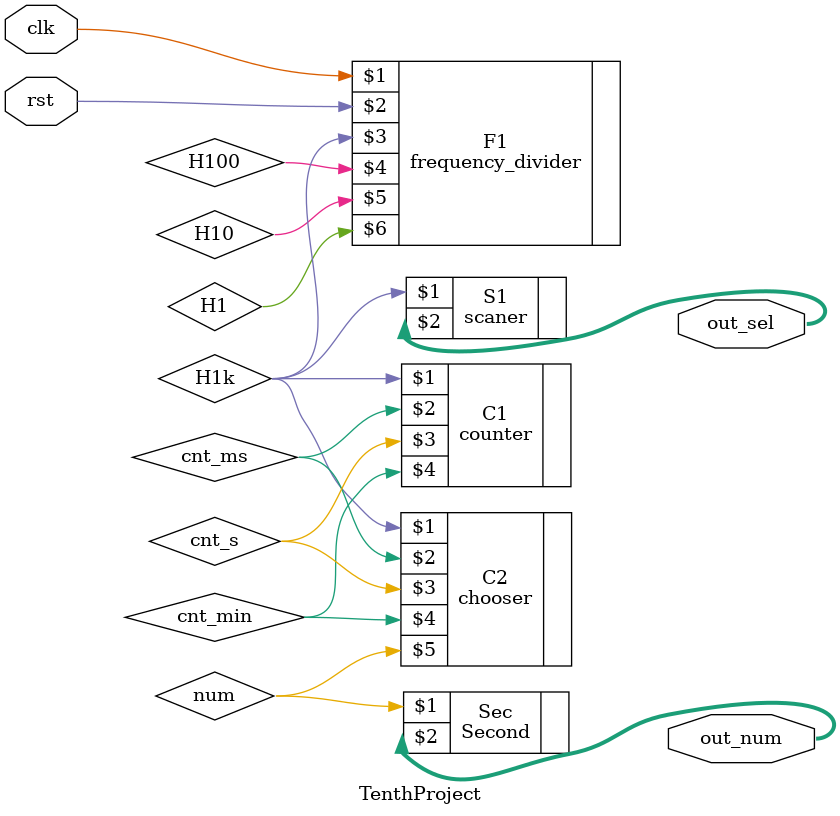
<source format=v>
module TenthProject(clk,rst,out_sel,out_num);
	input clk,rst;
	output [7:0] out_sel;
	output [7:0] out_num;
	wire H1k,H100,H10,H1,num,cnt_ms,cnt_s,cnt_min;
	frequency_divider F1 (clk,rst,H1k,H100,H10,H1);
	scaner S1 (H1k,out_sel);
	counter C1 (H1k,cnt_ms,cnt_s,cnt_min);
	chooser C2 (H1k,cnt_ms,cnt_s,cnt_min,num);
	Second Sec (num,out_num);
endmodule

</source>
